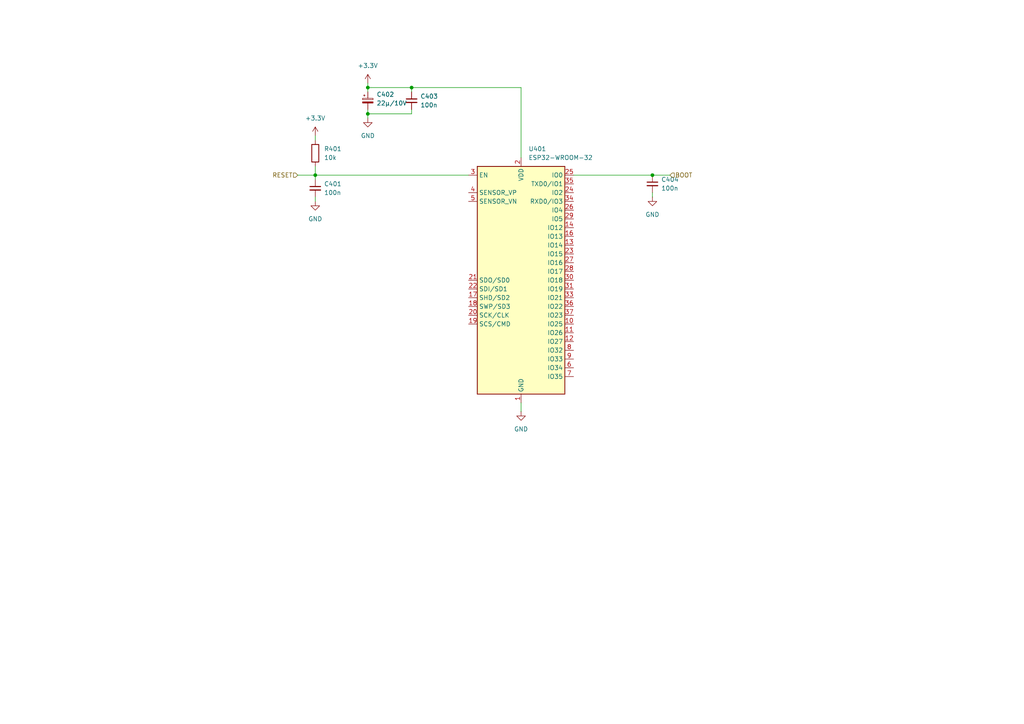
<source format=kicad_sch>
(kicad_sch (version 20250114) (generator "eeschema") (generator_version "9.0")
  (paper "A4")
  (lib_symbols
    (symbol "Device:C_Polarized_Small" (pin_numbers (hide yes)) (pin_names (offset 0.254) (hide yes))
      (property "Reference" "C" (at 0.254 1.778 0))
      (property "Value" "C_Polarized_Small" (at 0.254 -2.032 0))
      (symbol "C_Polarized_Small_0_1"
        (rectangle (start -1.524 0.6858) (end 1.524 0.3048))
        (rectangle (start -1.524 -0.3048) (end 1.524 -0.6858) (fill (type outline)))
        (polyline (pts (xy -1.27 1.524) (xy -0.762 1.524)))
        (polyline (pts (xy -1.016 1.27) (xy -1.016 1.778)))
      )
      (symbol "C_Polarized_Small_1_1"
        (pin passive line (at 0 2.54 270) (length 1.8542) (name "~") (number "1"))
        (pin passive line (at 0 -2.54 90) (length 1.8542) (name "~") (number "2"))
      )
    )
    (symbol "Device:C_Small" (pin_numbers (hide yes)) (pin_names (offset 0.254) (hide yes))
      (property "Reference" "C" (at 0.254 1.778 0))
      (property "Value" "C_Small" (at 0.254 -2.032 0))
      (symbol "C_Small_0_1"
        (polyline (pts (xy -1.524 0.508) (xy 1.524 0.508)) (stroke (width 0.3048)))
        (polyline (pts (xy -1.524 -0.508) (xy 1.524 -0.508)) (stroke (width 0.3302)))
      )
      (symbol "C_Small_1_1"
        (pin passive line (at 0 2.54 270) (length 2.032) (name "~") (number "1"))
        (pin passive line (at 0 -2.54 90) (length 2.032) (name "~") (number "2"))
      )
    )
    (symbol "Device:R" (pin_numbers (hide yes)) (pin_names (offset 0))
      (property "Reference" "R" (at 2.032 0 90))
      (property "Value" "R" (at 0 0 90))
      (symbol "R_0_1"
        (rectangle (start -1.016 -2.54) (end 1.016 2.54) (stroke (width 0.254)))
      )
      (symbol "R_1_1"
        (pin passive line (at 0 3.81 270) (length 1.27) (name "~") (number "1"))
        (pin passive line (at 0 -3.81 90) (length 1.27) (name "~") (number "2"))
      )
    )
    (symbol "RF_Module:ESP32-WROOM-32"
      (property "Reference" "U" (at -12.7 34.29 0))
      (property "Value" "ESP32-WROOM-32" (at 1.27 34.29 0))
      (symbol "ESP32-WROOM-32_0_1"
        (rectangle (start -12.7 33.02) (end 12.7 -33.02) (stroke (width 0.254)) (fill (type background)))
      )
      (symbol "ESP32-WROOM-32_1_1"
        (pin input line (at -15.24 30.48 0) (length 2.54) (name "EN") (number "3"))
        (pin input line (at -15.24 25.4 0) (length 2.54) (name "SENSOR_VP") (number "4"))
        (pin input line (at -15.24 22.86 0) (length 2.54) (name "SENSOR_VN") (number "5"))
        (pin bidirectional line (at -15.24 0 0) (length 2.54) (name "SDO/SD0") (number "21"))
        (pin bidirectional line (at -15.24 -2.54 0) (length 2.54) (name "SDI/SD1") (number "22"))
        (pin bidirectional line (at -15.24 -5.08 0) (length 2.54) (name "SHD/SD2") (number "17"))
        (pin bidirectional line (at -15.24 -7.62 0) (length 2.54) (name "SWP/SD3") (number "18"))
        (pin bidirectional line (at -15.24 -10.16 0) (length 2.54) (name "SCK/CLK") (number "20"))
        (pin bidirectional line (at -15.24 -12.7 0) (length 2.54) (name "SCS/CMD") (number "19"))
        (pin no_connect line (at -12.7 -27.94 0) (length 2.54) (hide yes) (name "NC") (number "32"))
        (pin power_in line (at 0 35.56 270) (length 2.54) (name "VDD") (number "2"))
        (pin power_in line (at 0 -35.56 90) (length 2.54) (name "GND") (number "1"))
        (pin passive line (at 0 -35.56 90) (length 2.54) (hide yes) (name "GND") (number "15"))
        (pin passive line (at 0 -35.56 90) (length 2.54) (hide yes) (name "GND") (number "38"))
        (pin passive line (at 0 -35.56 90) (length 2.54) (hide yes) (name "GND") (number "39"))
        (pin bidirectional line (at 15.24 30.48 180) (length 2.54) (name "IO0") (number "25"))
        (pin bidirectional line (at 15.24 27.94 180) (length 2.54) (name "TXD0/IO1") (number "35"))
        (pin bidirectional line (at 15.24 25.4 180) (length 2.54) (name "IO2") (number "24"))
        (pin bidirectional line (at 15.24 22.86 180) (length 2.54) (name "RXD0/IO3") (number "34"))
        (pin bidirectional line (at 15.24 20.32 180) (length 2.54) (name "IO4") (number "26"))
        (pin bidirectional line (at 15.24 17.78 180) (length 2.54) (name "IO5") (number "29"))
        (pin bidirectional line (at 15.24 15.24 180) (length 2.54) (name "IO12") (number "14"))
        (pin bidirectional line (at 15.24 12.7 180) (length 2.54) (name "IO13") (number "16"))
        (pin bidirectional line (at 15.24 10.16 180) (length 2.54) (name "IO14") (number "13"))
        (pin bidirectional line (at 15.24 7.62 180) (length 2.54) (name "IO15") (number "23"))
        (pin bidirectional line (at 15.24 5.08 180) (length 2.54) (name "IO16") (number "27"))
        (pin bidirectional line (at 15.24 2.54 180) (length 2.54) (name "IO17") (number "28"))
        (pin bidirectional line (at 15.24 0 180) (length 2.54) (name "IO18") (number "30"))
        (pin bidirectional line (at 15.24 -2.54 180) (length 2.54) (name "IO19") (number "31"))
        (pin bidirectional line (at 15.24 -5.08 180) (length 2.54) (name "IO21") (number "33"))
        (pin bidirectional line (at 15.24 -7.62 180) (length 2.54) (name "IO22") (number "36"))
        (pin bidirectional line (at 15.24 -10.16 180) (length 2.54) (name "IO23") (number "37"))
        (pin bidirectional line (at 15.24 -12.7 180) (length 2.54) (name "IO25") (number "10"))
        (pin bidirectional line (at 15.24 -15.24 180) (length 2.54) (name "IO26") (number "11"))
        (pin bidirectional line (at 15.24 -17.78 180) (length 2.54) (name "IO27") (number "12"))
        (pin bidirectional line (at 15.24 -20.32 180) (length 2.54) (name "IO32") (number "8"))
        (pin bidirectional line (at 15.24 -22.86 180) (length 2.54) (name "IO33") (number "9"))
        (pin input line (at 15.24 -25.4 180) (length 2.54) (name "IO34") (number "6"))
        (pin input line (at 15.24 -27.94 180) (length 2.54) (name "IO35") (number "7"))
      )
    )
    (symbol "power:+3.3V" (power) (pin_numbers (hide yes)) (pin_names (offset 0) (hide yes))
      (property "Value" "+3.3V" (at 0 3.556 0))
      (symbol "+3.3V_0_1"
        (polyline (pts (xy -0.762 1.27) (xy 0 2.54)))
        (polyline (pts (xy 0 2.54) (xy 0.762 1.27)))
        (polyline (pts (xy 0 0) (xy 0 2.54)))
      )
      (symbol "+3.3V_1_1"
        (pin power_in line (at 0 0 90) (length 0) (name "~") (number "1"))
      )
    )
    (symbol "power:GND" (power) (pin_numbers (hide yes)) (pin_names (offset 0) (hide yes))
      (property "Value" "GND" (at 0 -3.81 0))
      (symbol "GND_0_1"
        (polyline (pts (xy 0 0) (xy 0 -1.27) (xy 1.27 -1.27) (xy 0 -2.54) (xy -1.27 -1.27) (xy 0 -1.27)))
      )
      (symbol "GND_1_1"
        (pin power_in line (at 0 0 270) (length 0) (name "~") (number "1"))
      )
    )
  )
  (junction (at 119.38 25.4))
  (junction (at 91.44 50.8))
  (junction (at 106.68 33.02))
  (junction (at 106.68 25.4))
  (junction (at 189.23 50.8))
  (wire (pts (xy 119.38 33.02) (xy 119.38 31.75)))
  (wire (pts (xy 151.13 116.84) (xy 151.13 119.38)))
  (wire (pts (xy 189.23 50.8) (xy 194.31 50.8)))
  (wire (pts (xy 106.68 24.13) (xy 106.68 25.4)))
  (wire (pts (xy 151.13 25.4) (xy 151.13 45.72)))
  (wire (pts (xy 106.68 31.75) (xy 106.68 33.02)))
  (wire (pts (xy 91.44 52.07) (xy 91.44 50.8)))
  (wire (pts (xy 106.68 25.4) (xy 119.38 25.4)))
  (wire (pts (xy 119.38 25.4) (xy 119.38 26.67)))
  (wire (pts (xy 91.44 58.42) (xy 91.44 57.15)))
  (wire (pts (xy 86.36 50.8) (xy 91.44 50.8)))
  (wire (pts (xy 189.23 55.88) (xy 189.23 57.15)))
  (wire (pts (xy 91.44 48.26) (xy 91.44 50.8)))
  (wire (pts (xy 91.44 39.37) (xy 91.44 40.64)))
  (wire (pts (xy 91.44 50.8) (xy 135.89 50.8)))
  (wire (pts (xy 119.38 25.4) (xy 151.13 25.4)))
  (wire (pts (xy 106.68 25.4) (xy 106.68 26.67)))
  (wire (pts (xy 106.68 33.02) (xy 119.38 33.02)))
  (wire (pts (xy 106.68 33.02) (xy 106.68 34.29)))
  (wire (pts (xy 166.37 50.8) (xy 189.23 50.8)))
  (hierarchical_label "BOOT" (shape input) (at 194.31 50.8 0))
  (hierarchical_label "RESET" (shape input) (at 86.36 50.8 180))
  (symbol (lib_id "power:+3.3V") (at 91.44 39.37 0) (unit 1)
    (property "Reference" "#PWR0401" (effects (hide yes)))
    (property "Value" "+3.3V" (at 91.44 34.29 0))
    (property "Description" "Power symbol creates a global label with name \"+3.3V\"" (effects (hide yes)))
  )
  (symbol (lib_id "power:+3.3V") (at 106.68 24.13 0) (unit 1)
    (property "Reference" "#PWR0403" (effects (hide yes)))
    (property "Value" "+3.3V" (at 106.68 19.05 0))
    (property "Description" "Power symbol creates a global label with name \"+3.3V\"" (effects (hide yes)))
  )
  (symbol (lib_id "Device:C_Small") (at 91.44 54.61 0) (unit 1)
    (property "Reference" "C401" (at 93.98 53.3462 0) (effects (justify left)))
    (property "Value" "100n" (at 93.98 55.8862 0) (effects (justify left)))
    (property "Footprint" "Capacitor_SMD:C_0603_1608Metric" (effects (hide yes)))
    (property "Description" "Unpolarized capacitor, small symbol" (effects (hide yes)))
  )
  (symbol (lib_id "Device:C_Polarized_Small") (at 106.68 29.21 0) (unit 1)
    (property "Reference" "C402" (at 109.22 27.3938 0) (effects (justify left)))
    (property "Value" "22µ/10V" (at 109.22 29.9338 0) (effects (justify left)))
    (property "Footprint" "Capacitor_Tantalum_SMD:CP_EIA-3216-10_Kemet-I" (effects (hide yes)))
    (property "Description" "Polarized capacitor, small symbol" (effects (hide yes)))
  )
  (symbol (lib_id "Device:C_Small") (at 189.23 53.34 0) (unit 1)
    (property "Reference" "C404" (at 191.77 52.0762 0) (effects (justify left)))
    (property "Value" "100n" (at 191.77 54.6162 0) (effects (justify left)))
    (property "Footprint" "Capacitor_SMD:C_0603_1608Metric" (effects (hide yes)))
    (property "Description" "Unpolarized capacitor, small symbol" (effects (hide yes)))
  )
  (symbol (lib_id "Device:R") (at 91.44 44.45 180) (unit 1)
    (property "Reference" "R401" (at 93.98 43.1799 0) (effects (justify right)))
    (property "Value" "10k" (at 93.98 45.7199 0) (effects (justify right)))
    (property "Footprint" "Resistor_SMD:R_0603_1608Metric" (effects (hide yes)))
    (property "Description" "Resistor" (effects (hide yes)))
  )
  (symbol (lib_id "power:GND") (at 189.23 57.15 0) (unit 1)
    (property "Reference" "#PWR0406" (effects (hide yes)))
    (property "Value" "GND" (at 189.23 62.23 0))
    (property "Description" "Power symbol creates a global label with name \"GND\" , ground" (effects (hide yes)))
  )
  (symbol (lib_id "power:GND") (at 151.13 119.38 0) (unit 1)
    (property "Reference" "#PWR0405" (effects (hide yes)))
    (property "Value" "GND" (at 151.13 124.46 0))
    (property "Description" "Power symbol creates a global label with name \"GND\" , ground" (effects (hide yes)))
  )
  (symbol (lib_id "Device:C_Small") (at 119.38 29.21 0) (unit 1)
    (property "Reference" "C403" (at 121.92 27.9462 0) (effects (justify left)))
    (property "Value" "100n" (at 121.92 30.4862 0) (effects (justify left)))
    (property "Footprint" "Capacitor_SMD:C_0603_1608Metric" (effects (hide yes)))
    (property "Description" "Unpolarized capacitor, small symbol" (effects (hide yes)))
  )
  (symbol (lib_id "RF_Module:ESP32-WROOM-32") (at 151.13 81.28 0) (unit 1)
    (property "Reference" "U401" (at 153.2733 43.18 0) (effects (justify left)))
    (property "Value" "ESP32-WROOM-32" (at 153.2733 45.72 0) (effects (justify left)))
    (property "Footprint" "RF_Module:ESP32-WROOM-32" (effects (hide yes)))
    (property "Datasheet" "https://www.espressif.com/sites/default/files/documentation/esp32-wroom-32_datasheet_en.pdf" (effects (hide yes)))
    (property "Description" "RF Module, ESP32-D0WDQ6 SoC, Wi-Fi 802.11b/g/n, Bluetooth, BLE, 32-bit, 2.7-3.6V, onboard antenna, SMD" (effects (hide yes)))
  )
  (symbol (lib_id "power:GND") (at 91.44 58.42 0) (unit 1)
    (property "Reference" "#PWR0402" (effects (hide yes)))
    (property "Value" "GND" (at 91.44 63.5 0))
    (property "Description" "Power symbol creates a global label with name \"GND\" , ground" (effects (hide yes)))
  )
  (symbol (lib_id "power:GND") (at 106.68 34.29 0) (unit 1)
    (property "Reference" "#PWR0404" (effects (hide yes)))
    (property "Value" "GND" (at 106.68 39.37 0))
    (property "Description" "Power symbol creates a global label with name \"GND\" , ground" (effects (hide yes)))
  )
)
</source>
